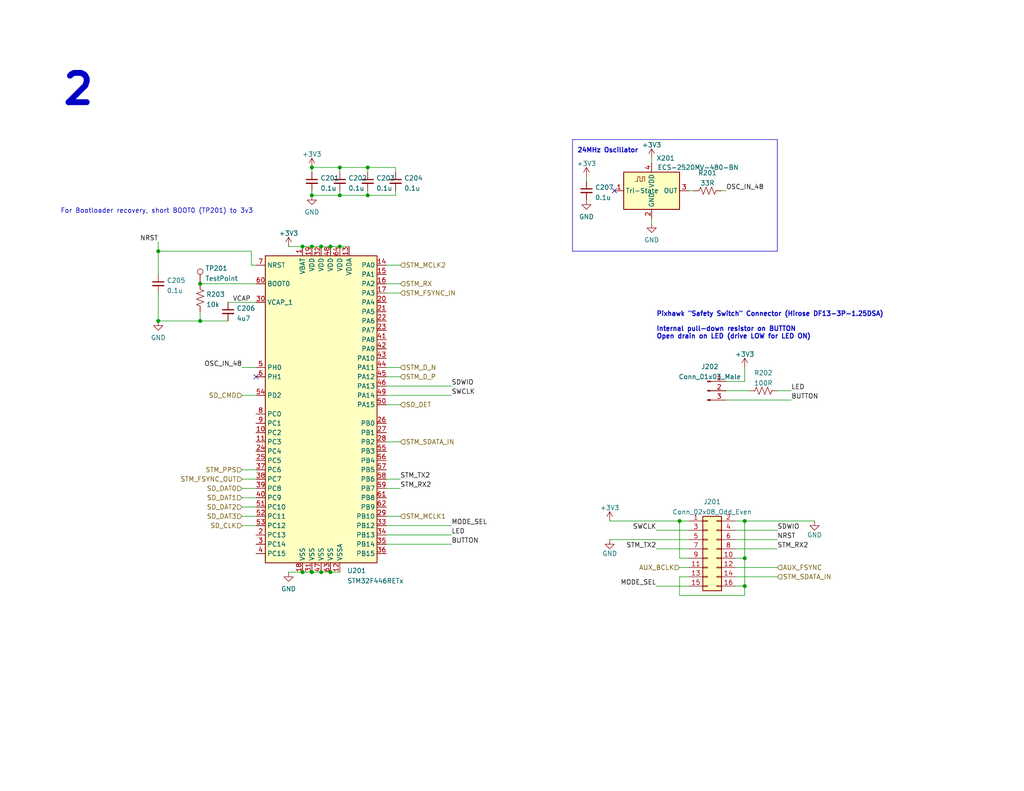
<source format=kicad_sch>
(kicad_sch (version 20230121) (generator eeschema)
  (paper "USLetter")
  (title_block (title "STM32F446") (date "2023-02-01") (rev "1") (company "UM NCPA") (comment 1 "Charlie Gilliland"))
  (lib_symbols
    (symbol "Connector:Conn_01x03_Male" (pin_names (offset 1.016) hide)
      (property "Reference" "J" (at 0 5.08 0))
      (property "Value" "Conn_01x03_Male" (at 0 -5.08 0))
      (symbol "Conn_01x03_Male_1_1"
        (polyline (pts (xy 1.27 -2.54) (xy 0.8636 -2.54)) (stroke (width 0.1524)))
        (polyline (pts (xy 1.27 0) (xy 0.8636 0)) (stroke (width 0.1524)))
        (polyline (pts (xy 1.27 2.54) (xy 0.8636 2.54)) (stroke (width 0.1524)))
        (rectangle (start 0.8636 -2.413) (end 0 -2.667) (stroke (width 0.1524)) (fill (type outline)))
        (rectangle (start 0.8636 0.127) (end 0 -0.127) (stroke (width 0.1524)) (fill (type outline)))
        (rectangle (start 0.8636 2.667) (end 0 2.413) (stroke (width 0.1524)) (fill (type outline)))
        (pin passive line (at 5.08 2.54 180) (length 3.81) (name "Pin_1") (number "1"))
        (pin passive line (at 5.08 0 180) (length 3.81) (name "Pin_2") (number "2"))
        (pin passive line (at 5.08 -2.54 180) (length 3.81) (name "Pin_3") (number "3"))
      )
    )
    (symbol "Connector:TestPoint" (pin_numbers hide) (pin_names (offset 0.762) hide)
      (property "Reference" "TP" (at 0 6.858 0))
      (property "Value" "TestPoint" (at 0 5.08 0))
      (symbol "TestPoint_0_1"
        (circle (center 0 3.302) (radius 0.762))
      )
      (symbol "TestPoint_1_1"
        (pin passive line (at 0 0 90) (length 2.54) (name "1") (number "1"))
      )
    )
    (symbol "Connector_Generic:Conn_02x08_Odd_Even" (pin_names (offset 1.016) hide)
      (property "Reference" "J" (at 1.27 10.16 0))
      (property "Value" "Conn_02x08_Odd_Even" (at 1.27 -12.7 0))
      (symbol "Conn_02x08_Odd_Even_1_1"
        (rectangle (start -1.27 -10.033) (end 0 -10.287) (stroke (width 0.1524)))
        (rectangle (start -1.27 -7.493) (end 0 -7.747) (stroke (width 0.1524)))
        (rectangle (start -1.27 -4.953) (end 0 -5.207) (stroke (width 0.1524)))
        (rectangle (start -1.27 -2.413) (end 0 -2.667) (stroke (width 0.1524)))
        (rectangle (start -1.27 0.127) (end 0 -0.127) (stroke (width 0.1524)))
        (rectangle (start -1.27 2.667) (end 0 2.413) (stroke (width 0.1524)))
        (rectangle (start -1.27 5.207) (end 0 4.953) (stroke (width 0.1524)))
        (rectangle (start -1.27 7.747) (end 0 7.493) (stroke (width 0.1524)))
        (rectangle (start -1.27 8.89) (end 3.81 -11.43) (stroke (width 0.254)) (fill (type background)))
        (rectangle (start 3.81 -10.033) (end 2.54 -10.287) (stroke (width 0.1524)))
        (rectangle (start 3.81 -7.493) (end 2.54 -7.747) (stroke (width 0.1524)))
        (rectangle (start 3.81 -4.953) (end 2.54 -5.207) (stroke (width 0.1524)))
        (rectangle (start 3.81 -2.413) (end 2.54 -2.667) (stroke (width 0.1524)))
        (rectangle (start 3.81 0.127) (end 2.54 -0.127) (stroke (width 0.1524)))
        (rectangle (start 3.81 2.667) (end 2.54 2.413) (stroke (width 0.1524)))
        (rectangle (start 3.81 5.207) (end 2.54 4.953) (stroke (width 0.1524)))
        (rectangle (start 3.81 7.747) (end 2.54 7.493) (stroke (width 0.1524)))
        (pin passive line (at -5.08 7.62 0) (length 3.81) (name "Pin_1") (number "1"))
        (pin passive line (at 7.62 -2.54 180) (length 3.81) (name "Pin_10") (number "10"))
        (pin passive line (at -5.08 -5.08 0) (length 3.81) (name "Pin_11") (number "11"))
        (pin passive line (at 7.62 -5.08 180) (length 3.81) (name "Pin_12") (number "12"))
        (pin passive line (at -5.08 -7.62 0) (length 3.81) (name "Pin_13") (number "13"))
        (pin passive line (at 7.62 -7.62 180) (length 3.81) (name "Pin_14") (number "14"))
        (pin passive line (at -5.08 -10.16 0) (length 3.81) (name "Pin_15") (number "15"))
        (pin passive line (at 7.62 -10.16 180) (length 3.81) (name "Pin_16") (number "16"))
        (pin passive line (at 7.62 7.62 180) (length 3.81) (name "Pin_2") (number "2"))
        (pin passive line (at -5.08 5.08 0) (length 3.81) (name "Pin_3") (number "3"))
        (pin passive line (at 7.62 5.08 180) (length 3.81) (name "Pin_4") (number "4"))
        (pin passive line (at -5.08 2.54 0) (length 3.81) (name "Pin_5") (number "5"))
        (pin passive line (at 7.62 2.54 180) (length 3.81) (name "Pin_6") (number "6"))
        (pin passive line (at -5.08 0 0) (length 3.81) (name "Pin_7") (number "7"))
        (pin passive line (at 7.62 0 180) (length 3.81) (name "Pin_8") (number "8"))
        (pin passive line (at -5.08 -2.54 0) (length 3.81) (name "Pin_9") (number "9"))
      )
    )
    (symbol "Device:C_Small" (pin_numbers hide) (pin_names (offset 0.254) hide)
      (property "Reference" "C" (at 0.254 1.778 0))
      (property "Value" "C_Small" (at 0.254 -2.032 0))
      (symbol "C_Small_0_1"
        (polyline (pts (xy -1.524 -0.508) (xy 1.524 -0.508)) (stroke (width 0.3302)))
        (polyline (pts (xy -1.524 0.508) (xy 1.524 0.508)) (stroke (width 0.3048)))
      )
      (symbol "C_Small_1_1"
        (pin passive line (at 0 2.54 270) (length 2.032) (name "~") (number "1"))
        (pin passive line (at 0 -2.54 90) (length 2.032) (name "~") (number "2"))
      )
    )
    (symbol "Device:R_US" (pin_numbers hide) (pin_names (offset 0))
      (property "Reference" "R" (at 2.54 0 90))
      (property "Value" "R_US" (at -2.54 0 90))
      (symbol "R_US_0_1"
        (polyline (pts (xy 0 -2.286) (xy 0 -2.54)))
        (polyline (pts (xy 0 2.286) (xy 0 2.54)))
        (polyline (pts (xy 0 -0.762) (xy 1.016 -1.143) (xy 0 -1.524) (xy -1.016 -1.905) (xy 0 -2.286)))
        (polyline (pts (xy 0 0.762) (xy 1.016 0.381) (xy 0 0) (xy -1.016 -0.381) (xy 0 -0.762)))
        (polyline (pts (xy 0 2.286) (xy 1.016 1.905) (xy 0 1.524) (xy -1.016 1.143) (xy 0 0.762)))
      )
      (symbol "R_US_1_1"
        (pin passive line (at 0 3.81 270) (length 1.27) (name "~") (number "1"))
        (pin passive line (at 0 -3.81 90) (length 1.27) (name "~") (number "2"))
      )
    )
    (symbol "MCU_ST_STM32F4:STM32F446RETx"
      (property "Reference" "U" (at -15.24 41.91 0))
      (property "Value" "STM32F446RETx" (at 10.16 41.91 0))
      (symbol "STM32F446RETx_0_1"
        (rectangle (start -15.24 -43.18) (end 15.24 40.64) (stroke (width 0.254)) (fill (type background)))
      )
      (symbol "STM32F446RETx_1_1"
        (pin power_in line (at -5.08 43.18 270) (length 2.54) (name "VBAT") (number "1"))
        (pin bidirectional line (at -17.78 -7.62 0) (length 2.54) (name "PC2") (number "10"))
        (pin bidirectional line (at -17.78 -10.16 0) (length 2.54) (name "PC3") (number "11"))
        (pin power_in line (at 5.08 -45.72 90) (length 2.54) (name "VSSA") (number "12"))
        (pin power_in line (at 7.62 43.18 270) (length 2.54) (name "VDDA") (number "13"))
        (pin bidirectional line (at 17.78 38.1 180) (length 2.54) (name "PA0") (number "14"))
        (pin bidirectional line (at 17.78 35.56 180) (length 2.54) (name "PA1") (number "15"))
        (pin bidirectional line (at 17.78 33.02 180) (length 2.54) (name "PA2") (number "16"))
        (pin bidirectional line (at 17.78 30.48 180) (length 2.54) (name "PA3") (number "17"))
        (pin power_in line (at -5.08 -45.72 90) (length 2.54) (name "VSS") (number "18"))
        (pin power_in line (at -2.54 43.18 270) (length 2.54) (name "VDD") (number "19"))
        (pin bidirectional line (at -17.78 -35.56 0) (length 2.54) (name "PC13") (number "2"))
        (pin bidirectional line (at 17.78 27.94 180) (length 2.54) (name "PA4") (number "20"))
        (pin bidirectional line (at 17.78 25.4 180) (length 2.54) (name "PA5") (number "21"))
        (pin bidirectional line (at 17.78 22.86 180) (length 2.54) (name "PA6") (number "22"))
        (pin bidirectional line (at 17.78 20.32 180) (length 2.54) (name "PA7") (number "23"))
        (pin bidirectional line (at -17.78 -12.7 0) (length 2.54) (name "PC4") (number "24"))
        (pin bidirectional line (at -17.78 -15.24 0) (length 2.54) (name "PC5") (number "25"))
        (pin bidirectional line (at 17.78 -5.08 180) (length 2.54) (name "PB0") (number "26"))
        (pin bidirectional line (at 17.78 -7.62 180) (length 2.54) (name "PB1") (number "27"))
        (pin bidirectional line (at 17.78 -10.16 180) (length 2.54) (name "PB2") (number "28"))
        (pin bidirectional line (at 17.78 -30.48 180) (length 2.54) (name "PB10") (number "29"))
        (pin bidirectional line (at -17.78 -38.1 0) (length 2.54) (name "PC14") (number "3"))
        (pin power_in line (at -17.78 27.94 0) (length 2.54) (name "VCAP_1") (number "30"))
        (pin power_in line (at -2.54 -45.72 90) (length 2.54) (name "VSS") (number "31"))
        (pin power_in line (at 0 43.18 270) (length 2.54) (name "VDD") (number "32"))
        (pin bidirectional line (at 17.78 -33.02 180) (length 2.54) (name "PB12") (number "33"))
        (pin bidirectional line (at 17.78 -35.56 180) (length 2.54) (name "PB13") (number "34"))
        (pin bidirectional line (at 17.78 -38.1 180) (length 2.54) (name "PB14") (number "35"))
        (pin bidirectional line (at 17.78 -40.64 180) (length 2.54) (name "PB15") (number "36"))
        (pin bidirectional line (at -17.78 -17.78 0) (length 2.54) (name "PC6") (number "37"))
        (pin bidirectional line (at -17.78 -20.32 0) (length 2.54) (name "PC7") (number "38"))
        (pin bidirectional line (at -17.78 -22.86 0) (length 2.54) (name "PC8") (number "39"))
        (pin bidirectional line (at -17.78 -40.64 0) (length 2.54) (name "PC15") (number "4"))
        (pin bidirectional line (at -17.78 -25.4 0) (length 2.54) (name "PC9") (number "40"))
        (pin bidirectional line (at 17.78 17.78 180) (length 2.54) (name "PA8") (number "41"))
        (pin bidirectional line (at 17.78 15.24 180) (length 2.54) (name "PA9") (number "42"))
        (pin bidirectional line (at 17.78 12.7 180) (length 2.54) (name "PA10") (number "43"))
        (pin bidirectional line (at 17.78 10.16 180) (length 2.54) (name "PA11") (number "44"))
        (pin bidirectional line (at 17.78 7.62 180) (length 2.54) (name "PA12") (number "45"))
        (pin bidirectional line (at 17.78 5.08 180) (length 2.54) (name "PA13") (number "46"))
        (pin power_in line (at 0 -45.72 90) (length 2.54) (name "VSS") (number "47"))
        (pin power_in line (at 2.54 43.18 270) (length 2.54) (name "VDD") (number "48"))
        (pin bidirectional line (at 17.78 2.54 180) (length 2.54) (name "PA14") (number "49"))
        (pin input line (at -17.78 10.16 0) (length 2.54) (name "PH0") (number "5"))
        (pin bidirectional line (at 17.78 0 180) (length 2.54) (name "PA15") (number "50"))
        (pin bidirectional line (at -17.78 -27.94 0) (length 2.54) (name "PC10") (number "51"))
        (pin bidirectional line (at -17.78 -30.48 0) (length 2.54) (name "PC11") (number "52"))
        (pin bidirectional line (at -17.78 -33.02 0) (length 2.54) (name "PC12") (number "53"))
        (pin bidirectional line (at -17.78 2.54 0) (length 2.54) (name "PD2") (number "54"))
        (pin bidirectional line (at 17.78 -12.7 180) (length 2.54) (name "PB3") (number "55"))
        (pin bidirectional line (at 17.78 -15.24 180) (length 2.54) (name "PB4") (number "56"))
        (pin bidirectional line (at 17.78 -17.78 180) (length 2.54) (name "PB5") (number "57"))
        (pin bidirectional line (at 17.78 -20.32 180) (length 2.54) (name "PB6") (number "58"))
        (pin bidirectional line (at 17.78 -22.86 180) (length 2.54) (name "PB7") (number "59"))
        (pin input line (at -17.78 7.62 0) (length 2.54) (name "PH1") (number "6"))
        (pin input line (at -17.78 33.02 0) (length 2.54) (name "BOOT0") (number "60"))
        (pin bidirectional line (at 17.78 -25.4 180) (length 2.54) (name "PB8") (number "61"))
        (pin bidirectional line (at 17.78 -27.94 180) (length 2.54) (name "PB9") (number "62"))
        (pin power_in line (at 2.54 -45.72 90) (length 2.54) (name "VSS") (number "63"))
        (pin power_in line (at 5.08 43.18 270) (length 2.54) (name "VDD") (number "64"))
        (pin input line (at -17.78 38.1 0) (length 2.54) (name "NRST") (number "7"))
        (pin bidirectional line (at -17.78 -2.54 0) (length 2.54) (name "PC0") (number "8"))
        (pin bidirectional line (at -17.78 -5.08 0) (length 2.54) (name "PC1") (number "9"))
      )
    )
    (symbol "Oscillator:ECS-2520MV-xxx-xx"
      (property "Reference" "X" (at -5.08 6.35 0))
      (property "Value" "ECS-2520MV-xxx-xx" (at 1.27 -6.35 0))
      (symbol "ECS-2520MV-xxx-xx_0_1"
        (rectangle (start -7.62 5.08) (end 7.62 -5.08) (stroke (width 0.254)) (fill (type background)))
        (polyline (pts (xy -4.445 2.54) (xy -3.81 2.54) (xy -3.81 3.81) (xy -3.175 3.81) (xy -3.175 2.54) (xy -2.54 2.54) (xy -2.54 3.81) (xy -1.905 3.81) (xy -1.905 2.54)))
      )
      (symbol "ECS-2520MV-xxx-xx_1_1"
        (pin input line (at -10.16 0 0) (length 2.54) (name "Tri-State") (number "1"))
        (pin power_in line (at 0 -7.62 90) (length 2.54) (name "GND") (number "2"))
        (pin output line (at 10.16 0 180) (length 2.54) (name "OUT") (number "3"))
        (pin power_in line (at 0 7.62 270) (length 2.54) (name "VDD") (number "4"))
      )
    )
    (symbol "power:+3V3" (power) (pin_names (offset 0))
      (property "Value" "+3V3" (at 0 3.556 0))
      (symbol "+3V3_0_1"
        (polyline (pts (xy -0.762 1.27) (xy 0 2.54)))
        (polyline (pts (xy 0 0) (xy 0 2.54)))
        (polyline (pts (xy 0 2.54) (xy 0.762 1.27)))
      )
      (symbol "+3V3_1_1"
        (pin power_in line (at 0 0 90) (length 0) hide (name "+3V3") (number "1"))
      )
    )
    (symbol "power:GND" (power) (pin_names (offset 0))
      (property "Value" "GND" (at 0 -3.81 0))
      (symbol "GND_0_1"
        (polyline (pts (xy 0 0) (xy 0 -1.27) (xy 1.27 -1.27) (xy 0 -2.54) (xy -1.27 -1.27) (xy 0 -1.27)))
      )
      (symbol "GND_1_1"
        (pin power_in line (at 0 0 270) (length 0) hide (name "GND") (number "1"))
      )
    )
  )
  (junction (at 203.2 160.02))
  (junction (at 43.18 87.63))
  (junction (at 100.33 53.34))
  (junction (at 90.17 156.21))
  (junction (at 43.18 68.58))
  (junction (at 185.42 142.24))
  (junction (at 92.71 67.31))
  (junction (at 54.61 77.47))
  (junction (at 85.09 156.21))
  (junction (at 54.61 87.63))
  (junction (at 87.63 67.31))
  (junction (at 87.63 156.21))
  (junction (at 85.09 45.72))
  (junction (at 90.17 67.31))
  (junction (at 82.55 67.31))
  (junction (at 92.71 53.34))
  (junction (at 203.2 142.24))
  (junction (at 82.55 156.21))
  (junction (at 85.09 67.31))
  (junction (at 100.33 45.72))
  (junction (at 92.71 45.72))
  (junction (at 85.09 53.34))
  (junction (at 203.2 152.4))
  (no_connect (at 69.85 102.87))
  (no_connect (at 167.64 52.07))
  (wire (pts (xy 105.41 100.33) (xy 109.22 100.33)))
  (wire (pts (xy 200.66 157.48) (xy 212.09 157.48)))
  (wire (pts (xy 43.18 80.01) (xy 43.18 87.63)))
  (wire (pts (xy 187.96 52.07) (xy 189.23 52.07)))
  (wire (pts (xy 69.85 77.47) (xy 54.61 77.47)))
  (wire (pts (xy 105.41 107.95) (xy 123.19 107.95)))
  (wire (pts (xy 109.22 80.01) (xy 105.41 80.01)))
  (wire (pts (xy 90.17 67.31) (xy 92.71 67.31)))
  (wire (pts (xy 187.96 157.48) (xy 185.42 157.48)))
  (wire (pts (xy 87.63 67.31) (xy 90.17 67.31)))
  (wire (pts (xy 92.71 52.07) (xy 92.71 53.34)))
  (wire (pts (xy 105.41 130.81) (xy 109.22 130.81)))
  (wire (pts (xy 200.66 144.78) (xy 212.09 144.78)))
  (wire (pts (xy 82.55 156.21) (xy 85.09 156.21)))
  (wire (pts (xy 160.02 49.53) (xy 160.02 48.26)))
  (wire (pts (xy 185.42 152.4) (xy 185.42 142.24)))
  (wire (pts (xy 78.74 156.21) (xy 82.55 156.21)))
  (wire (pts (xy 92.71 46.99) (xy 92.71 45.72)))
  (wire (pts (xy 92.71 53.34) (xy 100.33 53.34)))
  (wire (pts (xy 68.58 72.39) (xy 68.58 68.58)))
  (wire (pts (xy 105.41 102.87) (xy 109.22 102.87)))
  (wire (pts (xy 95.25 67.31) (xy 92.71 67.31)))
  (wire (pts (xy 90.17 156.21) (xy 92.71 156.21)))
  (wire (pts (xy 203.2 152.4) (xy 203.2 142.24)))
  (wire (pts (xy 78.74 67.31) (xy 82.55 67.31)))
  (wire (pts (xy 105.41 148.59) (xy 123.19 148.59)))
  (wire (pts (xy 85.09 67.31) (xy 87.63 67.31)))
  (wire (pts (xy 82.55 67.31) (xy 85.09 67.31)))
  (wire (pts (xy 69.85 130.81) (xy 66.04 130.81)))
  (polyline (pts (xy 212.09 38.1) (xy 212.09 68.58)))
  (wire (pts (xy 54.61 87.63) (xy 43.18 87.63)))
  (wire (pts (xy 105.41 140.97) (xy 109.22 140.97)))
  (wire (pts (xy 69.85 135.89) (xy 66.04 135.89)))
  (wire (pts (xy 100.33 46.99) (xy 100.33 45.72)))
  (wire (pts (xy 68.58 72.39) (xy 69.85 72.39)))
  (wire (pts (xy 87.63 156.21) (xy 90.17 156.21)))
  (wire (pts (xy 66.04 100.33) (xy 69.85 100.33)))
  (wire (pts (xy 203.2 162.56) (xy 203.2 160.02)))
  (wire (pts (xy 200.66 149.86) (xy 212.09 149.86)))
  (wire (pts (xy 85.09 53.34) (xy 92.71 53.34)))
  (polyline (pts (xy 156.21 38.1) (xy 156.21 68.58)))
  (wire (pts (xy 185.42 157.48) (xy 185.42 162.56)))
  (wire (pts (xy 69.85 128.27) (xy 66.04 128.27)))
  (wire (pts (xy 66.04 138.43) (xy 69.85 138.43)))
  (wire (pts (xy 198.12 109.22) (xy 215.9 109.22)))
  (wire (pts (xy 187.96 144.78) (xy 179.07 144.78)))
  (wire (pts (xy 43.18 66.04) (xy 43.18 68.58)))
  (wire (pts (xy 179.07 149.86) (xy 187.96 149.86)))
  (wire (pts (xy 107.95 46.99) (xy 107.95 45.72)))
  (wire (pts (xy 105.41 120.65) (xy 109.22 120.65)))
  (wire (pts (xy 100.33 45.72) (xy 92.71 45.72)))
  (wire (pts (xy 107.95 52.07) (xy 107.95 53.34)))
  (wire (pts (xy 123.19 146.05) (xy 105.41 146.05)))
  (wire (pts (xy 123.19 143.51) (xy 105.41 143.51)))
  (wire (pts (xy 85.09 156.21) (xy 87.63 156.21)))
  (wire (pts (xy 54.61 85.09) (xy 54.61 87.63)))
  (polyline (pts (xy 212.09 68.58) (xy 156.21 68.58)))
  (wire (pts (xy 185.42 154.94) (xy 187.96 154.94)))
  (wire (pts (xy 107.95 53.34) (xy 100.33 53.34)))
  (wire (pts (xy 179.07 160.02) (xy 187.96 160.02)))
  (wire (pts (xy 200.66 154.94) (xy 212.09 154.94)))
  (wire (pts (xy 212.09 147.32) (xy 200.66 147.32)))
  (wire (pts (xy 105.41 105.41) (xy 123.19 105.41)))
  (wire (pts (xy 107.95 45.72) (xy 100.33 45.72)))
  (wire (pts (xy 105.41 72.39) (xy 109.22 72.39)))
  (wire (pts (xy 92.71 45.72) (xy 85.09 45.72)))
  (wire (pts (xy 203.2 160.02) (xy 203.2 152.4)))
  (wire (pts (xy 185.42 162.56) (xy 203.2 162.56)))
  (wire (pts (xy 166.37 147.32) (xy 187.96 147.32)))
  (wire (pts (xy 105.41 77.47) (xy 109.22 77.47)))
  (wire (pts (xy 187.96 152.4) (xy 185.42 152.4)))
  (wire (pts (xy 196.85 52.07) (xy 198.12 52.07)))
  (wire (pts (xy 62.23 87.63) (xy 54.61 87.63)))
  (polyline (pts (xy 156.21 38.1) (xy 212.09 38.1)))
  (wire (pts (xy 85.09 53.34) (xy 85.09 52.07)))
  (wire (pts (xy 198.12 106.68) (xy 204.47 106.68)))
  (wire (pts (xy 166.37 142.24) (xy 185.42 142.24)))
  (wire (pts (xy 203.2 104.14) (xy 203.2 100.33)))
  (wire (pts (xy 66.04 107.95) (xy 69.85 107.95)))
  (wire (pts (xy 109.22 133.35) (xy 105.41 133.35)))
  (wire (pts (xy 66.04 143.51) (xy 69.85 143.51)))
  (wire (pts (xy 43.18 68.58) (xy 43.18 74.93)))
  (wire (pts (xy 109.22 110.49) (xy 105.41 110.49)))
  (wire (pts (xy 198.12 104.14) (xy 203.2 104.14)))
  (wire (pts (xy 177.8 60.96) (xy 177.8 59.69)))
  (wire (pts (xy 69.85 140.97) (xy 66.04 140.97)))
  (wire (pts (xy 85.09 46.99) (xy 85.09 45.72)))
  (wire (pts (xy 203.2 142.24) (xy 222.25 142.24)))
  (wire (pts (xy 200.66 152.4) (xy 203.2 152.4)))
  (wire (pts (xy 200.66 160.02) (xy 203.2 160.02)))
  (wire (pts (xy 185.42 142.24) (xy 187.96 142.24)))
  (wire (pts (xy 212.09 106.68) (xy 215.9 106.68)))
  (wire (pts (xy 62.23 82.55) (xy 69.85 82.55)))
  (wire (pts (xy 200.66 142.24) (xy 203.2 142.24)))
  (wire (pts (xy 177.8 43.18) (xy 177.8 44.45)))
  (wire (pts (xy 66.04 133.35) (xy 69.85 133.35)))
  (wire (pts (xy 68.58 68.58) (xy 43.18 68.58)))
  (wire (pts (xy 100.33 52.07) (xy 100.33 53.34)))
  (text "2" (at 16.51 29.21 0) (effects (font (size 8 8) bold) (justify left bottom)))
  (text "24MHz Oscillator" (at 157.48 41.91 0) (effects (font (size 1.27 1.27) (thickness 0.254) bold) (justify left bottom)))
  (text "For Bootloader recovery, short BOOT0 (TP201) to 3v3" (at 16.51 58.42 0) (effects (font (size 1.27 1.27)) (justify left bottom)))
  (text "Pixhawk \"Safety Switch\" Connector (Hirose DF13-3P-1.25DSA)\n\nInternal pull-down resistor on BUTTON\nOpen drain on LED (drive LOW for LED ON)" (at 179.07 92.71 0) (effects (font (size 1.27 1.27) bold) (justify left bottom)))
  (label "STM_RX2" (at 109.22 133.35 0))
  (label "SDWIO" (at 123.19 105.41 0))
  (label "SWCLK" (at 179.07 144.78 180))
  (label "STM_TX2" (at 179.07 149.86 180))
  (label "OSC_IN_48" (at 198.12 52.07 0))
  (label "SDWIO" (at 212.09 144.78 0))
  (label "BUTTON" (at 123.19 148.59 0))
  (label "STM_TX2" (at 109.22 130.81 0))
  (label "LED" (at 123.19 146.05 0))
  (label "BUTTON" (at 215.9 109.22 0))
  (label "LED" (at 215.9 106.68 0))
  (label "MODE_SEL" (at 179.07 160.02 180))
  (label "VCAP" (at 63.5 82.55 0))
  (label "NRST" (at 212.09 147.32 0))
  (label "MODE_SEL" (at 123.19 143.51 0))
  (label "STM_RX2" (at 212.09 149.86 0))
  (label "OSC_IN_48" (at 66.04 100.33 180))
  (label "NRST" (at 43.18 66.04 180))
  (label "SWCLK" (at 123.19 107.95 0))
  (hierarchical_label "SD_DAT2" (shape input) (at 66.04 138.43 180))
  (hierarchical_label "SD_DAT3" (shape input) (at 66.04 140.97 180))
  (hierarchical_label "SD_DAT0" (shape input) (at 66.04 133.35 180))
  (hierarchical_label "STM_RX" (shape input) (at 109.22 77.47 0))
  (hierarchical_label "STM_SDATA_IN" (shape input) (at 109.22 120.65 0))
  (hierarchical_label "STM_FSYNC_IN" (shape input) (at 109.22 80.01 0))
  (hierarchical_label "STM_D_P" (shape input) (at 109.22 102.87 0))
  (hierarchical_label "AUX_FSYNC" (shape input) (at 212.09 154.94 0))
  (hierarchical_label "SD_DET" (shape input) (at 109.22 110.49 0))
  (hierarchical_label "STM_FSYNC_OUT" (shape input) (at 66.04 130.81 180))
  (hierarchical_label "STM_SDATA_IN" (shape input) (at 212.09 157.48 0))
  (hierarchical_label "STM_MCLK1" (shape input) (at 109.22 140.97 0))
  (hierarchical_label "STM_PPS" (shape input) (at 66.04 128.27 180))
  (hierarchical_label "STM_D_N" (shape input) (at 109.22 100.33 0))
  (hierarchical_label "SD_DAT1" (shape input) (at 66.04 135.89 180))
  (hierarchical_label "SD_CLK" (shape input) (at 66.04 143.51 180))
  (hierarchical_label "STM_MCLK2" (shape input) (at 109.22 72.39 0))
  (hierarchical_label "SD_CMD" (shape input) (at 66.04 107.95 180))
  (hierarchical_label "AUX_BCLK" (shape input) (at 185.42 154.94 180))
  (symbol (lib_id "power:GND") (at 85.09 53.34 0) (unit 1)
    (property "Reference" "#PWR0202" (effects hide))
    (property "Value" "GND" (at 85.09 57.9025 0))
  )
  (symbol (lib_id "Device:C_Small") (at 107.95 49.53 0) (unit 1)
    (property "Reference" "C204" (at 110.2741 48.6278 0) (effects (justify left)))
    (property "Value" "0.1u" (at 110.2741 51.4029 0) (effects (justify left)))
    (property "Footprint" "Capacitor_SMD:C_0402_1005Metric" (effects hide))
  )
  (symbol (lib_id "power:+3V3") (at 203.2 100.33 0) (unit 1)
    (property "Reference" "#PWR0122" (effects hide))
    (property "Value" "+3V3" (at 203.2 96.7255 0))
  )
  (symbol (lib_id "power:GND") (at 78.74 156.21 0) (unit 1)
    (property "Reference" "#PWR0218" (effects hide))
    (property "Value" "GND" (at 78.74 160.7725 0))
  )
  (symbol (lib_id "power:GND") (at 160.02 54.61 0) (unit 1)
    (property "Reference" "#PWR0214" (effects hide))
    (property "Value" "GND" (at 160.02 59.1725 0))
  )
  (symbol (lib_id "Connector_Generic:Conn_02x08_Odd_Even") (at 193.04 149.86 0) (unit 1)
    (property "Reference" "J201" (at 194.31 137.0035 0))
    (property "Value" "Conn_02x08_Odd_Even" (at 194.31 139.7786 0))
    (property "Footprint" "Connector_PinHeader_2.54mm:PinHeader_2x08_P2.54mm_Vertical_SMD" (effects hide))
  )
  (symbol (lib_id "power:GND") (at 177.8 60.96 0) (unit 1)
    (property "Reference" "#PWR0215" (effects hide))
    (property "Value" "GND" (at 177.8 65.5225 0))
  )
  (symbol (lib_id "Device:C_Small") (at 92.71 49.53 0) (unit 1)
    (property "Reference" "C202" (at 95.0341 48.6278 0) (effects (justify left)))
    (property "Value" "0.1u" (at 95.0341 51.4029 0) (effects (justify left)))
    (property "Footprint" "Capacitor_SMD:C_0402_1005Metric" (effects hide))
  )
  (symbol (lib_id "power:+3V3") (at 160.02 48.26 0) (unit 1)
    (property "Reference" "#PWR0213" (effects hide))
    (property "Value" "+3V3" (at 160.02 44.6555 0))
  )
  (symbol (lib_id "power:GND") (at 43.18 87.63 0) (unit 1)
    (property "Reference" "#PWR0208" (effects hide))
    (property "Value" "GND" (at 43.18 92.1925 0))
  )
  (symbol (lib_id "power:GND") (at 222.25 142.24 0) (unit 1)
    (property "Reference" "#PWR0107" (effects hide))
    (property "Value" "GND" (at 222.25 146.05 0))
  )
  (symbol (lib_id "power:+3V3") (at 166.37 142.24 0) (unit 1)
    (property "Reference" "#PWR0106" (effects hide))
    (property "Value" "+3V3" (at 166.37 138.6355 0))
  )
  (symbol (lib_id "Connector:TestPoint") (at 54.61 77.47 0) (unit 1)
    (property "Reference" "TP201" (at 56.007 73.2595 0) (effects (justify left)))
    (property "Value" "TestPoint" (at 56.007 76.0346 0) (effects (justify left)))
    (property "Footprint" "TestPoint:TestPoint_Pad_D1.5mm" (effects hide))
  )
  (symbol (lib_id "power:GND") (at 166.37 147.32 0) (unit 1)
    (property "Reference" "#PWR0110" (effects hide))
    (property "Value" "GND" (at 166.37 151.13 0))
  )
  (symbol (lib_id "power:+3V3") (at 78.74 67.31 0) (unit 1)
    (property "Reference" "#PWR0204" (effects hide))
    (property "Value" "+3V3" (at 78.74 63.7055 0))
  )
  (symbol (lib_id "Device:R_US") (at 54.61 81.28 180) (unit 1)
    (property "Reference" "R203" (at 56.261 80.3715 0) (effects (justify right)))
    (property "Value" "10k" (at 56.261 83.1466 0) (effects (justify right)))
    (property "Footprint" "Resistor_SMD:R_0402_1005Metric" (effects hide))
  )
  (symbol (lib_id "power:+3V3") (at 177.8 43.18 0) (unit 1)
    (property "Reference" "#PWR0212" (effects hide))
    (property "Value" "+3V3" (at 177.8 39.5755 0))
  )
  (symbol (lib_id "MCU_ST_STM32F4:STM32F446RETx") (at 87.63 110.49 0) (unit 1)
    (property "Reference" "U201" (at 94.7294 155.8195 0) (effects (justify left)))
    (property "Value" "STM32F446RETx" (at 94.7294 158.5946 0) (effects (justify left)))
    (property "Footprint" "Package_QFP:LQFP-64_10x10mm_P0.5mm" (effects hide))
    (property "Datasheet" "http://www.st.com/st-web-ui/static/active/en/resource/technical/document/datasheet/DM00141306.pdf" (effects hide))
  )
  (symbol (lib_id "Device:C_Small") (at 43.18 77.47 0) (unit 1)
    (property "Reference" "C205" (at 45.5041 76.5678 0) (effects (justify left)))
    (property "Value" "0.1u" (at 45.5041 79.3429 0) (effects (justify left)))
    (property "Footprint" "Capacitor_SMD:C_0402_1005Metric" (effects hide))
  )
  (symbol (lib_id "Oscillator:ECS-2520MV-xxx-xx") (at 177.8 52.07 0) (unit 1)
    (property "Reference" "X201" (at 181.61 43.18 0))
    (property "Value" "ECS-2520MV-480-BN" (at 190.5 45.72 0))
    (property "Footprint" "Oscillator:Oscillator_SMD_ECS_2520MV-xxx-xx-4Pin_2.5x2.0mm" (effects hide))
    (property "Datasheet" "https://www.ecsxtal.com/store/pdf/ECS-2520MV.pdf" (effects hide))
  )
  (symbol (lib_id "Device:C_Small") (at 62.23 85.09 0) (unit 1)
    (property "Reference" "C206" (at 64.5541 84.1878 0) (effects (justify left)))
    (property "Value" "4u7" (at 64.5541 86.9629 0) (effects (justify left)))
    (property "Footprint" "Capacitor_SMD:C_0402_1005Metric" (effects hide))
  )
  (symbol (lib_id "power:+3V3") (at 85.09 45.72 0) (unit 1)
    (property "Reference" "#PWR0201" (effects hide))
    (property "Value" "+3V3" (at 85.09 42.1155 0))
  )
  (symbol (lib_id "Connector:Conn_01x03_Male") (at 193.04 106.68 0) (unit 1)
    (property "Reference" "J202" (at 193.675 100.0973 0))
    (property "Value" "Conn_01x03_Male" (at 193.675 102.8724 0))
    (property "Footprint" "Connector_Hirose:Hirose_DF13-03P-1.25DSA_1x03_P1.25mm_Vertical" (effects hide))
  )
  (symbol (lib_id "Device:R_US") (at 193.04 52.07 90) (unit 1)
    (property "Reference" "R201" (at 193.04 47.2145 90))
    (property "Value" "33R" (at 193.04 49.9896 90))
    (property "Footprint" "Resistor_SMD:R_0402_1005Metric" (effects hide))
  )
  (symbol (lib_id "Device:C_Small") (at 160.02 52.07 0) (unit 1)
    (property "Reference" "C207" (at 162.3441 51.1678 0) (effects (justify left)))
    (property "Value" "0.1u" (at 162.3441 53.9429 0) (effects (justify left)))
    (property "Footprint" "Capacitor_SMD:C_0402_1005Metric" (effects hide))
  )
  (symbol (lib_id "Device:C_Small") (at 85.09 49.53 0) (unit 1)
    (property "Reference" "C201" (at 87.4141 48.6278 0) (effects (justify left)))
    (property "Value" "0.1u" (at 87.4141 51.4029 0) (effects (justify left)))
    (property "Footprint" "Capacitor_SMD:C_0402_1005Metric" (effects hide))
  )
  (symbol (lib_id "Device:C_Small") (at 100.33 49.53 0) (unit 1)
    (property "Reference" "C203" (at 102.6541 48.6278 0) (effects (justify left)))
    (property "Value" "0.1u" (at 102.6541 51.4029 0) (effects (justify left)))
    (property "Footprint" "Capacitor_SMD:C_0402_1005Metric" (effects hide))
  )
  (symbol (lib_id "Device:R_US") (at 208.28 106.68 90) (unit 1)
    (property "Reference" "R202" (at 208.28 101.8245 90))
    (property "Value" "100R" (at 208.28 104.5996 90))
    (property "Footprint" "Resistor_SMD:R_0402_1005Metric" (effects hide))
  )
)
</source>
